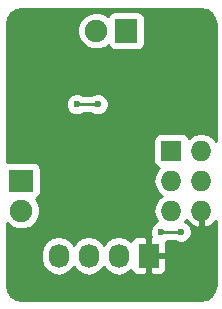
<source format=gbr>
G04 #@! TF.FileFunction,Copper,L2,Bot,Signal*
%FSLAX46Y46*%
G04 Gerber Fmt 4.6, Leading zero omitted, Abs format (unit mm)*
G04 Created by KiCad (PCBNEW 4.0.2-stable) date 5/25/2016 08:06:47*
%MOMM*%
G01*
G04 APERTURE LIST*
%ADD10C,0.100000*%
%ADD11R,1.727200X1.727200*%
%ADD12O,1.727200X1.727200*%
%ADD13R,1.727200X2.032000*%
%ADD14O,1.727200X2.032000*%
%ADD15R,2.000000X1.900000*%
%ADD16C,1.900000*%
%ADD17R,1.900000X2.000000*%
%ADD18C,0.600000*%
%ADD19C,0.250000*%
%ADD20C,0.254000*%
G04 APERTURE END LIST*
D10*
D11*
X155575000Y-107315000D03*
D12*
X158115000Y-107315000D03*
X155575000Y-109855000D03*
X158115000Y-109855000D03*
X155575000Y-112395000D03*
X158115000Y-112395000D03*
D13*
X153670000Y-116205000D03*
D14*
X151130000Y-116205000D03*
X148590000Y-116205000D03*
X146050000Y-116205000D03*
D15*
X142875000Y-109855000D03*
D16*
X142875000Y-112395000D03*
D17*
X151765000Y-97155000D03*
D16*
X149225000Y-97155000D03*
D18*
X156337000Y-118414800D03*
X148590000Y-111125000D03*
X152400000Y-104775000D03*
X157734000Y-103886000D03*
X147574000Y-103378000D03*
X149352000Y-103378000D03*
X154736800Y-114173000D03*
X156387800Y-114173000D03*
D19*
X149352000Y-103378000D02*
X147574000Y-103378000D01*
X156387800Y-114173000D02*
X154736800Y-114173000D01*
D20*
G36*
X158576739Y-95405265D02*
X158968182Y-95666820D01*
X159229735Y-96058261D01*
X159335000Y-96587466D01*
X159335000Y-106451342D01*
X159204029Y-106255330D01*
X158717848Y-105930474D01*
X158144359Y-105816400D01*
X158085641Y-105816400D01*
X157512152Y-105930474D01*
X157046558Y-106241574D01*
X157041762Y-106216083D01*
X156902690Y-105999959D01*
X156690490Y-105854969D01*
X156438600Y-105803960D01*
X154711400Y-105803960D01*
X154476083Y-105848238D01*
X154259959Y-105987310D01*
X154114969Y-106199510D01*
X154063960Y-106451400D01*
X154063960Y-108178600D01*
X154108238Y-108413917D01*
X154247310Y-108630041D01*
X154459510Y-108775031D01*
X154503131Y-108783864D01*
X154485971Y-108795330D01*
X154161115Y-109281511D01*
X154047041Y-109855000D01*
X154161115Y-110428489D01*
X154485971Y-110914670D01*
X154800752Y-111125000D01*
X154485971Y-111335330D01*
X154161115Y-111821511D01*
X154047041Y-112395000D01*
X154161115Y-112968489D01*
X154386640Y-113306011D01*
X154207857Y-113379883D01*
X153944608Y-113642673D01*
X153801962Y-113986201D01*
X153801638Y-114358167D01*
X153903955Y-114605795D01*
X153797000Y-114712750D01*
X153797000Y-116078000D01*
X155009850Y-116078000D01*
X155168600Y-115919250D01*
X155168600Y-115062691D01*
X155148640Y-115014503D01*
X155265743Y-114966117D01*
X155298918Y-114933000D01*
X155825337Y-114933000D01*
X155857473Y-114965192D01*
X156201001Y-115107838D01*
X156572967Y-115108162D01*
X156916743Y-114966117D01*
X157179992Y-114703327D01*
X157322638Y-114359799D01*
X157322962Y-113987833D01*
X157180917Y-113644057D01*
X156918127Y-113380808D01*
X156757851Y-113314255D01*
X156844992Y-113183839D01*
X157226510Y-113601821D01*
X157755973Y-113849968D01*
X157988000Y-113729469D01*
X157988000Y-112522000D01*
X157968000Y-112522000D01*
X157968000Y-112268000D01*
X157988000Y-112268000D01*
X157988000Y-112248000D01*
X158242000Y-112248000D01*
X158242000Y-112268000D01*
X158262000Y-112268000D01*
X158262000Y-112522000D01*
X158242000Y-112522000D01*
X158242000Y-113729469D01*
X158474027Y-113849968D01*
X159003490Y-113601821D01*
X159335000Y-113238626D01*
X159335000Y-118677534D01*
X159229735Y-119206739D01*
X158968182Y-119598180D01*
X158576739Y-119859735D01*
X158047534Y-119965000D01*
X142942466Y-119965000D01*
X142413261Y-119859735D01*
X142021820Y-119598182D01*
X141760265Y-119206739D01*
X141655000Y-118677534D01*
X141655000Y-116020255D01*
X144551400Y-116020255D01*
X144551400Y-116389745D01*
X144665474Y-116963234D01*
X144990330Y-117449415D01*
X145476511Y-117774271D01*
X146050000Y-117888345D01*
X146623489Y-117774271D01*
X147109670Y-117449415D01*
X147320000Y-117134634D01*
X147530330Y-117449415D01*
X148016511Y-117774271D01*
X148590000Y-117888345D01*
X149163489Y-117774271D01*
X149649670Y-117449415D01*
X149860000Y-117134634D01*
X150070330Y-117449415D01*
X150556511Y-117774271D01*
X151130000Y-117888345D01*
X151703489Y-117774271D01*
X152189670Y-117449415D01*
X152204500Y-117427220D01*
X152268073Y-117580698D01*
X152446701Y-117759327D01*
X152680090Y-117856000D01*
X153384250Y-117856000D01*
X153543000Y-117697250D01*
X153543000Y-116332000D01*
X153797000Y-116332000D01*
X153797000Y-117697250D01*
X153955750Y-117856000D01*
X154659910Y-117856000D01*
X154893299Y-117759327D01*
X155071927Y-117580698D01*
X155168600Y-117347309D01*
X155168600Y-116490750D01*
X155009850Y-116332000D01*
X153797000Y-116332000D01*
X153543000Y-116332000D01*
X153523000Y-116332000D01*
X153523000Y-116078000D01*
X153543000Y-116078000D01*
X153543000Y-114712750D01*
X153384250Y-114554000D01*
X152680090Y-114554000D01*
X152446701Y-114650673D01*
X152268073Y-114829302D01*
X152204500Y-114982780D01*
X152189670Y-114960585D01*
X151703489Y-114635729D01*
X151130000Y-114521655D01*
X150556511Y-114635729D01*
X150070330Y-114960585D01*
X149860000Y-115275366D01*
X149649670Y-114960585D01*
X149163489Y-114635729D01*
X148590000Y-114521655D01*
X148016511Y-114635729D01*
X147530330Y-114960585D01*
X147320000Y-115275366D01*
X147109670Y-114960585D01*
X146623489Y-114635729D01*
X146050000Y-114521655D01*
X145476511Y-114635729D01*
X144990330Y-114960585D01*
X144665474Y-115446766D01*
X144551400Y-116020255D01*
X141655000Y-116020255D01*
X141655000Y-113416356D01*
X141975997Y-113737914D01*
X142558341Y-113979724D01*
X143188893Y-113980275D01*
X143771657Y-113739481D01*
X144217914Y-113294003D01*
X144459724Y-112711659D01*
X144460275Y-112081107D01*
X144219481Y-111498343D01*
X144121971Y-111400663D01*
X144326441Y-111269090D01*
X144471431Y-111056890D01*
X144522440Y-110805000D01*
X144522440Y-108905000D01*
X144478162Y-108669683D01*
X144339090Y-108453559D01*
X144126890Y-108308569D01*
X143875000Y-108257560D01*
X141875000Y-108257560D01*
X141655000Y-108298956D01*
X141655000Y-103563167D01*
X146638838Y-103563167D01*
X146780883Y-103906943D01*
X147043673Y-104170192D01*
X147387201Y-104312838D01*
X147759167Y-104313162D01*
X148102943Y-104171117D01*
X148136118Y-104138000D01*
X148789537Y-104138000D01*
X148821673Y-104170192D01*
X149165201Y-104312838D01*
X149537167Y-104313162D01*
X149880943Y-104171117D01*
X150144192Y-103908327D01*
X150286838Y-103564799D01*
X150287162Y-103192833D01*
X150145117Y-102849057D01*
X149882327Y-102585808D01*
X149538799Y-102443162D01*
X149166833Y-102442838D01*
X148823057Y-102584883D01*
X148789882Y-102618000D01*
X148136463Y-102618000D01*
X148104327Y-102585808D01*
X147760799Y-102443162D01*
X147388833Y-102442838D01*
X147045057Y-102584883D01*
X146781808Y-102847673D01*
X146639162Y-103191201D01*
X146638838Y-103563167D01*
X141655000Y-103563167D01*
X141655000Y-97468893D01*
X147639725Y-97468893D01*
X147880519Y-98051657D01*
X148325997Y-98497914D01*
X148908341Y-98739724D01*
X149538893Y-98740275D01*
X150121657Y-98499481D01*
X150219337Y-98401971D01*
X150350910Y-98606441D01*
X150563110Y-98751431D01*
X150815000Y-98802440D01*
X152715000Y-98802440D01*
X152950317Y-98758162D01*
X153166441Y-98619090D01*
X153311431Y-98406890D01*
X153362440Y-98155000D01*
X153362440Y-96155000D01*
X153318162Y-95919683D01*
X153179090Y-95703559D01*
X152966890Y-95558569D01*
X152715000Y-95507560D01*
X150815000Y-95507560D01*
X150579683Y-95551838D01*
X150363559Y-95690910D01*
X150218569Y-95903110D01*
X150217945Y-95906192D01*
X150124003Y-95812086D01*
X149541659Y-95570276D01*
X148911107Y-95569725D01*
X148328343Y-95810519D01*
X147882086Y-96255997D01*
X147640276Y-96838341D01*
X147639725Y-97468893D01*
X141655000Y-97468893D01*
X141655000Y-96587466D01*
X141760265Y-96058261D01*
X142021820Y-95666818D01*
X142413261Y-95405265D01*
X142942466Y-95300000D01*
X158047534Y-95300000D01*
X158576739Y-95405265D01*
X158576739Y-95405265D01*
G37*
X158576739Y-95405265D02*
X158968182Y-95666820D01*
X159229735Y-96058261D01*
X159335000Y-96587466D01*
X159335000Y-106451342D01*
X159204029Y-106255330D01*
X158717848Y-105930474D01*
X158144359Y-105816400D01*
X158085641Y-105816400D01*
X157512152Y-105930474D01*
X157046558Y-106241574D01*
X157041762Y-106216083D01*
X156902690Y-105999959D01*
X156690490Y-105854969D01*
X156438600Y-105803960D01*
X154711400Y-105803960D01*
X154476083Y-105848238D01*
X154259959Y-105987310D01*
X154114969Y-106199510D01*
X154063960Y-106451400D01*
X154063960Y-108178600D01*
X154108238Y-108413917D01*
X154247310Y-108630041D01*
X154459510Y-108775031D01*
X154503131Y-108783864D01*
X154485971Y-108795330D01*
X154161115Y-109281511D01*
X154047041Y-109855000D01*
X154161115Y-110428489D01*
X154485971Y-110914670D01*
X154800752Y-111125000D01*
X154485971Y-111335330D01*
X154161115Y-111821511D01*
X154047041Y-112395000D01*
X154161115Y-112968489D01*
X154386640Y-113306011D01*
X154207857Y-113379883D01*
X153944608Y-113642673D01*
X153801962Y-113986201D01*
X153801638Y-114358167D01*
X153903955Y-114605795D01*
X153797000Y-114712750D01*
X153797000Y-116078000D01*
X155009850Y-116078000D01*
X155168600Y-115919250D01*
X155168600Y-115062691D01*
X155148640Y-115014503D01*
X155265743Y-114966117D01*
X155298918Y-114933000D01*
X155825337Y-114933000D01*
X155857473Y-114965192D01*
X156201001Y-115107838D01*
X156572967Y-115108162D01*
X156916743Y-114966117D01*
X157179992Y-114703327D01*
X157322638Y-114359799D01*
X157322962Y-113987833D01*
X157180917Y-113644057D01*
X156918127Y-113380808D01*
X156757851Y-113314255D01*
X156844992Y-113183839D01*
X157226510Y-113601821D01*
X157755973Y-113849968D01*
X157988000Y-113729469D01*
X157988000Y-112522000D01*
X157968000Y-112522000D01*
X157968000Y-112268000D01*
X157988000Y-112268000D01*
X157988000Y-112248000D01*
X158242000Y-112248000D01*
X158242000Y-112268000D01*
X158262000Y-112268000D01*
X158262000Y-112522000D01*
X158242000Y-112522000D01*
X158242000Y-113729469D01*
X158474027Y-113849968D01*
X159003490Y-113601821D01*
X159335000Y-113238626D01*
X159335000Y-118677534D01*
X159229735Y-119206739D01*
X158968182Y-119598180D01*
X158576739Y-119859735D01*
X158047534Y-119965000D01*
X142942466Y-119965000D01*
X142413261Y-119859735D01*
X142021820Y-119598182D01*
X141760265Y-119206739D01*
X141655000Y-118677534D01*
X141655000Y-116020255D01*
X144551400Y-116020255D01*
X144551400Y-116389745D01*
X144665474Y-116963234D01*
X144990330Y-117449415D01*
X145476511Y-117774271D01*
X146050000Y-117888345D01*
X146623489Y-117774271D01*
X147109670Y-117449415D01*
X147320000Y-117134634D01*
X147530330Y-117449415D01*
X148016511Y-117774271D01*
X148590000Y-117888345D01*
X149163489Y-117774271D01*
X149649670Y-117449415D01*
X149860000Y-117134634D01*
X150070330Y-117449415D01*
X150556511Y-117774271D01*
X151130000Y-117888345D01*
X151703489Y-117774271D01*
X152189670Y-117449415D01*
X152204500Y-117427220D01*
X152268073Y-117580698D01*
X152446701Y-117759327D01*
X152680090Y-117856000D01*
X153384250Y-117856000D01*
X153543000Y-117697250D01*
X153543000Y-116332000D01*
X153797000Y-116332000D01*
X153797000Y-117697250D01*
X153955750Y-117856000D01*
X154659910Y-117856000D01*
X154893299Y-117759327D01*
X155071927Y-117580698D01*
X155168600Y-117347309D01*
X155168600Y-116490750D01*
X155009850Y-116332000D01*
X153797000Y-116332000D01*
X153543000Y-116332000D01*
X153523000Y-116332000D01*
X153523000Y-116078000D01*
X153543000Y-116078000D01*
X153543000Y-114712750D01*
X153384250Y-114554000D01*
X152680090Y-114554000D01*
X152446701Y-114650673D01*
X152268073Y-114829302D01*
X152204500Y-114982780D01*
X152189670Y-114960585D01*
X151703489Y-114635729D01*
X151130000Y-114521655D01*
X150556511Y-114635729D01*
X150070330Y-114960585D01*
X149860000Y-115275366D01*
X149649670Y-114960585D01*
X149163489Y-114635729D01*
X148590000Y-114521655D01*
X148016511Y-114635729D01*
X147530330Y-114960585D01*
X147320000Y-115275366D01*
X147109670Y-114960585D01*
X146623489Y-114635729D01*
X146050000Y-114521655D01*
X145476511Y-114635729D01*
X144990330Y-114960585D01*
X144665474Y-115446766D01*
X144551400Y-116020255D01*
X141655000Y-116020255D01*
X141655000Y-113416356D01*
X141975997Y-113737914D01*
X142558341Y-113979724D01*
X143188893Y-113980275D01*
X143771657Y-113739481D01*
X144217914Y-113294003D01*
X144459724Y-112711659D01*
X144460275Y-112081107D01*
X144219481Y-111498343D01*
X144121971Y-111400663D01*
X144326441Y-111269090D01*
X144471431Y-111056890D01*
X144522440Y-110805000D01*
X144522440Y-108905000D01*
X144478162Y-108669683D01*
X144339090Y-108453559D01*
X144126890Y-108308569D01*
X143875000Y-108257560D01*
X141875000Y-108257560D01*
X141655000Y-108298956D01*
X141655000Y-103563167D01*
X146638838Y-103563167D01*
X146780883Y-103906943D01*
X147043673Y-104170192D01*
X147387201Y-104312838D01*
X147759167Y-104313162D01*
X148102943Y-104171117D01*
X148136118Y-104138000D01*
X148789537Y-104138000D01*
X148821673Y-104170192D01*
X149165201Y-104312838D01*
X149537167Y-104313162D01*
X149880943Y-104171117D01*
X150144192Y-103908327D01*
X150286838Y-103564799D01*
X150287162Y-103192833D01*
X150145117Y-102849057D01*
X149882327Y-102585808D01*
X149538799Y-102443162D01*
X149166833Y-102442838D01*
X148823057Y-102584883D01*
X148789882Y-102618000D01*
X148136463Y-102618000D01*
X148104327Y-102585808D01*
X147760799Y-102443162D01*
X147388833Y-102442838D01*
X147045057Y-102584883D01*
X146781808Y-102847673D01*
X146639162Y-103191201D01*
X146638838Y-103563167D01*
X141655000Y-103563167D01*
X141655000Y-97468893D01*
X147639725Y-97468893D01*
X147880519Y-98051657D01*
X148325997Y-98497914D01*
X148908341Y-98739724D01*
X149538893Y-98740275D01*
X150121657Y-98499481D01*
X150219337Y-98401971D01*
X150350910Y-98606441D01*
X150563110Y-98751431D01*
X150815000Y-98802440D01*
X152715000Y-98802440D01*
X152950317Y-98758162D01*
X153166441Y-98619090D01*
X153311431Y-98406890D01*
X153362440Y-98155000D01*
X153362440Y-96155000D01*
X153318162Y-95919683D01*
X153179090Y-95703559D01*
X152966890Y-95558569D01*
X152715000Y-95507560D01*
X150815000Y-95507560D01*
X150579683Y-95551838D01*
X150363559Y-95690910D01*
X150218569Y-95903110D01*
X150217945Y-95906192D01*
X150124003Y-95812086D01*
X149541659Y-95570276D01*
X148911107Y-95569725D01*
X148328343Y-95810519D01*
X147882086Y-96255997D01*
X147640276Y-96838341D01*
X147639725Y-97468893D01*
X141655000Y-97468893D01*
X141655000Y-96587466D01*
X141760265Y-96058261D01*
X142021820Y-95666818D01*
X142413261Y-95405265D01*
X142942466Y-95300000D01*
X158047534Y-95300000D01*
X158576739Y-95405265D01*
M02*

</source>
